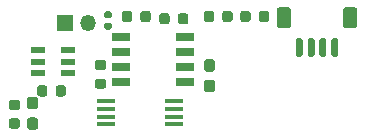
<source format=gbr>
%TF.GenerationSoftware,KiCad,Pcbnew,(5.99.0-3299-gfc1665ff2)*%
%TF.CreationDate,2020-09-21T16:58:29+07:00*%
%TF.ProjectId,smart_wristband,736d6172-745f-4777-9269-737462616e64,rev?*%
%TF.SameCoordinates,Original*%
%TF.FileFunction,Paste,Bot*%
%TF.FilePolarity,Positive*%
%FSLAX46Y46*%
G04 Gerber Fmt 4.6, Leading zero omitted, Abs format (unit mm)*
G04 Created by KiCad (PCBNEW (5.99.0-3299-gfc1665ff2)) date 2020-09-21 16:58:29*
%MOMM*%
%LPD*%
G01*
G04 APERTURE LIST*
%ADD10R,1.350000X1.350000*%
%ADD11O,1.350000X1.350000*%
%ADD12R,1.560000X0.400000*%
%ADD13R,1.200000X0.550000*%
%ADD14R,1.500000X0.650000*%
G04 APERTURE END LIST*
%TO.C,J5*%
G36*
G01*
X136100000Y-91575000D02*
X136100000Y-92875000D01*
G75*
G02*
X135850000Y-93125000I-250000J0D01*
G01*
X135150000Y-93125000D01*
G75*
G02*
X134900000Y-92875000I0J250000D01*
G01*
X134900000Y-91575000D01*
G75*
G02*
X135150000Y-91325000I250000J0D01*
G01*
X135850000Y-91325000D01*
G75*
G02*
X136100000Y-91575000I0J-250000D01*
G01*
G37*
G36*
G01*
X141700000Y-91575000D02*
X141700000Y-92875000D01*
G75*
G02*
X141450000Y-93125000I-250000J0D01*
G01*
X140750000Y-93125000D01*
G75*
G02*
X140500000Y-92875000I0J250000D01*
G01*
X140500000Y-91575000D01*
G75*
G02*
X140750000Y-91325000I250000J0D01*
G01*
X141450000Y-91325000D01*
G75*
G02*
X141700000Y-91575000I0J-250000D01*
G01*
G37*
G36*
G01*
X137100000Y-94125000D02*
X137100000Y-95375000D01*
G75*
G02*
X136950000Y-95525000I-150000J0D01*
G01*
X136650000Y-95525000D01*
G75*
G02*
X136500000Y-95375000I0J150000D01*
G01*
X136500000Y-94125000D01*
G75*
G02*
X136650000Y-93975000I150000J0D01*
G01*
X136950000Y-93975000D01*
G75*
G02*
X137100000Y-94125000I0J-150000D01*
G01*
G37*
G36*
G01*
X138100000Y-94125000D02*
X138100000Y-95375000D01*
G75*
G02*
X137950000Y-95525000I-150000J0D01*
G01*
X137650000Y-95525000D01*
G75*
G02*
X137500000Y-95375000I0J150000D01*
G01*
X137500000Y-94125000D01*
G75*
G02*
X137650000Y-93975000I150000J0D01*
G01*
X137950000Y-93975000D01*
G75*
G02*
X138100000Y-94125000I0J-150000D01*
G01*
G37*
G36*
G01*
X139100000Y-94125000D02*
X139100000Y-95375000D01*
G75*
G02*
X138950000Y-95525000I-150000J0D01*
G01*
X138650000Y-95525000D01*
G75*
G02*
X138500000Y-95375000I0J150000D01*
G01*
X138500000Y-94125000D01*
G75*
G02*
X138650000Y-93975000I150000J0D01*
G01*
X138950000Y-93975000D01*
G75*
G02*
X139100000Y-94125000I0J-150000D01*
G01*
G37*
G36*
G01*
X140100000Y-94125000D02*
X140100000Y-95375000D01*
G75*
G02*
X139950000Y-95525000I-150000J0D01*
G01*
X139650000Y-95525000D01*
G75*
G02*
X139500000Y-95375000I0J150000D01*
G01*
X139500000Y-94125000D01*
G75*
G02*
X139650000Y-93975000I150000J0D01*
G01*
X139950000Y-93975000D01*
G75*
G02*
X140100000Y-94125000I0J-150000D01*
G01*
G37*
%TD*%
%TO.C,D1*%
G36*
G01*
X127400000Y-92068750D02*
X127400000Y-92581250D01*
G75*
G02*
X127181250Y-92800000I-218750J0D01*
G01*
X126743750Y-92800000D01*
G75*
G02*
X126525000Y-92581250I0J218750D01*
G01*
X126525000Y-92068750D01*
G75*
G02*
X126743750Y-91850000I218750J0D01*
G01*
X127181250Y-91850000D01*
G75*
G02*
X127400000Y-92068750I0J-218750D01*
G01*
G37*
G36*
G01*
X125825000Y-92068750D02*
X125825000Y-92581250D01*
G75*
G02*
X125606250Y-92800000I-218750J0D01*
G01*
X125168750Y-92800000D01*
G75*
G02*
X124950000Y-92581250I0J218750D01*
G01*
X124950000Y-92068750D01*
G75*
G02*
X125168750Y-91850000I218750J0D01*
G01*
X125606250Y-91850000D01*
G75*
G02*
X125825000Y-92068750I0J-218750D01*
G01*
G37*
%TD*%
%TO.C,R4*%
G36*
G01*
X112931250Y-101625000D02*
X112418750Y-101625000D01*
G75*
G02*
X112200000Y-101406250I0J218750D01*
G01*
X112200000Y-100968750D01*
G75*
G02*
X112418750Y-100750000I218750J0D01*
G01*
X112931250Y-100750000D01*
G75*
G02*
X113150000Y-100968750I0J-218750D01*
G01*
X113150000Y-101406250D01*
G75*
G02*
X112931250Y-101625000I-218750J0D01*
G01*
G37*
G36*
G01*
X112931250Y-100050000D02*
X112418750Y-100050000D01*
G75*
G02*
X112200000Y-99831250I0J218750D01*
G01*
X112200000Y-99393750D01*
G75*
G02*
X112418750Y-99175000I218750J0D01*
G01*
X112931250Y-99175000D01*
G75*
G02*
X113150000Y-99393750I0J-218750D01*
G01*
X113150000Y-99831250D01*
G75*
G02*
X112931250Y-100050000I-218750J0D01*
G01*
G37*
%TD*%
%TO.C,R7*%
G36*
G01*
X131800000Y-92381250D02*
X131800000Y-91868750D01*
G75*
G02*
X132018750Y-91650000I218750J0D01*
G01*
X132456250Y-91650000D01*
G75*
G02*
X132675000Y-91868750I0J-218750D01*
G01*
X132675000Y-92381250D01*
G75*
G02*
X132456250Y-92600000I-218750J0D01*
G01*
X132018750Y-92600000D01*
G75*
G02*
X131800000Y-92381250I0J218750D01*
G01*
G37*
G36*
G01*
X133375000Y-92381250D02*
X133375000Y-91868750D01*
G75*
G02*
X133593750Y-91650000I218750J0D01*
G01*
X134031250Y-91650000D01*
G75*
G02*
X134250000Y-91868750I0J-218750D01*
G01*
X134250000Y-92381250D01*
G75*
G02*
X134031250Y-92600000I-218750J0D01*
G01*
X133593750Y-92600000D01*
G75*
G02*
X133375000Y-92381250I0J218750D01*
G01*
G37*
%TD*%
D10*
%TO.C,J4*%
X116950000Y-92700000D03*
D11*
X118950000Y-92700000D03*
%TD*%
%TO.C,C10*%
G36*
G01*
X120772500Y-93245000D02*
X120427500Y-93245000D01*
G75*
G02*
X120280000Y-93097500I0J147500D01*
G01*
X120280000Y-92802500D01*
G75*
G02*
X120427500Y-92655000I147500J0D01*
G01*
X120772500Y-92655000D01*
G75*
G02*
X120920000Y-92802500I0J-147500D01*
G01*
X120920000Y-93097500D01*
G75*
G02*
X120772500Y-93245000I-147500J0D01*
G01*
G37*
G36*
G01*
X120772500Y-92275000D02*
X120427500Y-92275000D01*
G75*
G02*
X120280000Y-92127500I0J147500D01*
G01*
X120280000Y-91832500D01*
G75*
G02*
X120427500Y-91685000I147500J0D01*
G01*
X120772500Y-91685000D01*
G75*
G02*
X120920000Y-91832500I0J-147500D01*
G01*
X120920000Y-92127500D01*
G75*
G02*
X120772500Y-92275000I-147500J0D01*
G01*
G37*
%TD*%
D12*
%TO.C,Q1*%
X126205000Y-99300000D03*
X126205000Y-99950000D03*
X126205000Y-100600000D03*
X126205000Y-101250000D03*
X120445000Y-101250000D03*
X120445000Y-100600000D03*
X120445000Y-99950000D03*
X120445000Y-99300000D03*
%TD*%
%TO.C,C5*%
G36*
G01*
X129437500Y-98550000D02*
X128962500Y-98550000D01*
G75*
G02*
X128725000Y-98312500I0J237500D01*
G01*
X128725000Y-97737500D01*
G75*
G02*
X128962500Y-97500000I237500J0D01*
G01*
X129437500Y-97500000D01*
G75*
G02*
X129675000Y-97737500I0J-237500D01*
G01*
X129675000Y-98312500D01*
G75*
G02*
X129437500Y-98550000I-237500J0D01*
G01*
G37*
G36*
G01*
X129437500Y-96800000D02*
X128962500Y-96800000D01*
G75*
G02*
X128725000Y-96562500I0J237500D01*
G01*
X128725000Y-95987500D01*
G75*
G02*
X128962500Y-95750000I237500J0D01*
G01*
X129437500Y-95750000D01*
G75*
G02*
X129675000Y-95987500I0J-237500D01*
G01*
X129675000Y-96562500D01*
G75*
G02*
X129437500Y-96800000I-237500J0D01*
G01*
G37*
%TD*%
%TO.C,D2*%
G36*
G01*
X124225000Y-91868750D02*
X124225000Y-92381250D01*
G75*
G02*
X124006250Y-92600000I-218750J0D01*
G01*
X123568750Y-92600000D01*
G75*
G02*
X123350000Y-92381250I0J218750D01*
G01*
X123350000Y-91868750D01*
G75*
G02*
X123568750Y-91650000I218750J0D01*
G01*
X124006250Y-91650000D01*
G75*
G02*
X124225000Y-91868750I0J-218750D01*
G01*
G37*
G36*
G01*
X122650000Y-91868750D02*
X122650000Y-92381250D01*
G75*
G02*
X122431250Y-92600000I-218750J0D01*
G01*
X121993750Y-92600000D01*
G75*
G02*
X121775000Y-92381250I0J218750D01*
G01*
X121775000Y-91868750D01*
G75*
G02*
X121993750Y-91650000I218750J0D01*
G01*
X122431250Y-91650000D01*
G75*
G02*
X122650000Y-91868750I0J-218750D01*
G01*
G37*
%TD*%
%TO.C,R6*%
G36*
G01*
X131150000Y-91868750D02*
X131150000Y-92381250D01*
G75*
G02*
X130931250Y-92600000I-218750J0D01*
G01*
X130493750Y-92600000D01*
G75*
G02*
X130275000Y-92381250I0J218750D01*
G01*
X130275000Y-91868750D01*
G75*
G02*
X130493750Y-91650000I218750J0D01*
G01*
X130931250Y-91650000D01*
G75*
G02*
X131150000Y-91868750I0J-218750D01*
G01*
G37*
G36*
G01*
X129575000Y-91868750D02*
X129575000Y-92381250D01*
G75*
G02*
X129356250Y-92600000I-218750J0D01*
G01*
X128918750Y-92600000D01*
G75*
G02*
X128700000Y-92381250I0J218750D01*
G01*
X128700000Y-91868750D01*
G75*
G02*
X128918750Y-91650000I218750J0D01*
G01*
X129356250Y-91650000D01*
G75*
G02*
X129575000Y-91868750I0J-218750D01*
G01*
G37*
%TD*%
D13*
%TO.C,IC2*%
X117250000Y-95000000D03*
X117250000Y-95950000D03*
X117250000Y-96900000D03*
X114650000Y-96900000D03*
X114650000Y-95950000D03*
X114650000Y-95000000D03*
%TD*%
%TO.C,R3*%
G36*
G01*
X119718750Y-95800000D02*
X120231250Y-95800000D01*
G75*
G02*
X120450000Y-96018750I0J-218750D01*
G01*
X120450000Y-96456250D01*
G75*
G02*
X120231250Y-96675000I-218750J0D01*
G01*
X119718750Y-96675000D01*
G75*
G02*
X119500000Y-96456250I0J218750D01*
G01*
X119500000Y-96018750D01*
G75*
G02*
X119718750Y-95800000I218750J0D01*
G01*
G37*
G36*
G01*
X119718750Y-97375000D02*
X120231250Y-97375000D01*
G75*
G02*
X120450000Y-97593750I0J-218750D01*
G01*
X120450000Y-98031250D01*
G75*
G02*
X120231250Y-98250000I-218750J0D01*
G01*
X119718750Y-98250000D01*
G75*
G02*
X119500000Y-98031250I0J218750D01*
G01*
X119500000Y-97593750D01*
G75*
G02*
X119718750Y-97375000I218750J0D01*
G01*
G37*
%TD*%
D14*
%TO.C,IC1*%
X121725000Y-97630000D03*
X121725000Y-96360000D03*
X121725000Y-95090000D03*
X121725000Y-93820000D03*
X127125000Y-93820000D03*
X127125000Y-95090000D03*
X127125000Y-96360000D03*
X127125000Y-97630000D03*
%TD*%
%TO.C,R5*%
G36*
G01*
X117050000Y-98168750D02*
X117050000Y-98681250D01*
G75*
G02*
X116831250Y-98900000I-218750J0D01*
G01*
X116393750Y-98900000D01*
G75*
G02*
X116175000Y-98681250I0J218750D01*
G01*
X116175000Y-98168750D01*
G75*
G02*
X116393750Y-97950000I218750J0D01*
G01*
X116831250Y-97950000D01*
G75*
G02*
X117050000Y-98168750I0J-218750D01*
G01*
G37*
G36*
G01*
X115475000Y-98168750D02*
X115475000Y-98681250D01*
G75*
G02*
X115256250Y-98900000I-218750J0D01*
G01*
X114818750Y-98900000D01*
G75*
G02*
X114600000Y-98681250I0J218750D01*
G01*
X114600000Y-98168750D01*
G75*
G02*
X114818750Y-97950000I218750J0D01*
G01*
X115256250Y-97950000D01*
G75*
G02*
X115475000Y-98168750I0J-218750D01*
G01*
G37*
%TD*%
%TO.C,C8*%
G36*
G01*
X114462500Y-101725000D02*
X113987500Y-101725000D01*
G75*
G02*
X113750000Y-101487500I0J237500D01*
G01*
X113750000Y-100912500D01*
G75*
G02*
X113987500Y-100675000I237500J0D01*
G01*
X114462500Y-100675000D01*
G75*
G02*
X114700000Y-100912500I0J-237500D01*
G01*
X114700000Y-101487500D01*
G75*
G02*
X114462500Y-101725000I-237500J0D01*
G01*
G37*
G36*
G01*
X114462500Y-99975000D02*
X113987500Y-99975000D01*
G75*
G02*
X113750000Y-99737500I0J237500D01*
G01*
X113750000Y-99162500D01*
G75*
G02*
X113987500Y-98925000I237500J0D01*
G01*
X114462500Y-98925000D01*
G75*
G02*
X114700000Y-99162500I0J-237500D01*
G01*
X114700000Y-99737500D01*
G75*
G02*
X114462500Y-99975000I-237500J0D01*
G01*
G37*
%TD*%
M02*

</source>
